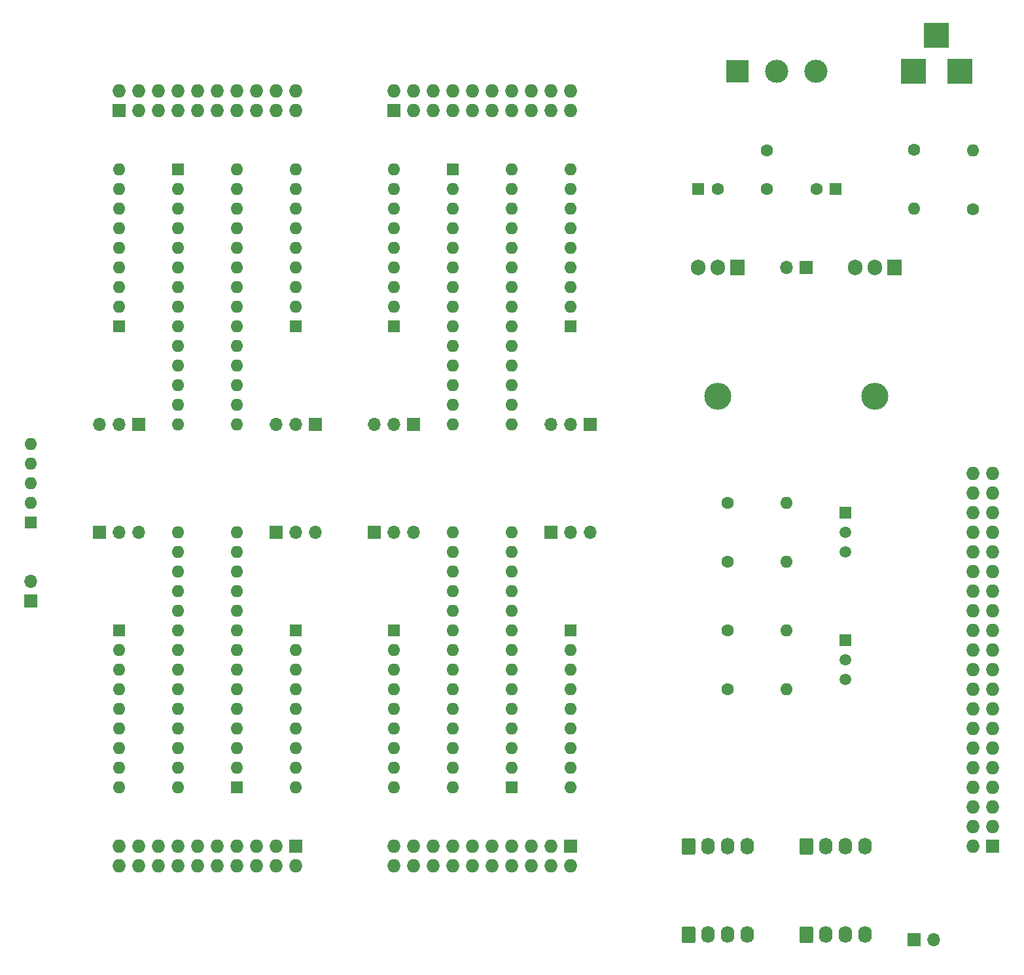
<source format=gbr>
G04 #@! TF.GenerationSoftware,KiCad,Pcbnew,(5.1.10)-1*
G04 #@! TF.CreationDate,2021-10-12T08:16:22+02:00*
G04 #@! TF.ProjectId,FGINT-V3-MASTER-64,4647494e-542d-4563-932d-4d4153544552,rev?*
G04 #@! TF.SameCoordinates,Original*
G04 #@! TF.FileFunction,Soldermask,Top*
G04 #@! TF.FilePolarity,Negative*
%FSLAX46Y46*%
G04 Gerber Fmt 4.6, Leading zero omitted, Abs format (unit mm)*
G04 Created by KiCad (PCBNEW (5.1.10)-1) date 2021-10-12 08:16:22*
%MOMM*%
%LPD*%
G01*
G04 APERTURE LIST*
%ADD10R,1.500000X1.500000*%
%ADD11C,1.500000*%
%ADD12O,1.700000X1.700000*%
%ADD13R,1.700000X1.700000*%
%ADD14O,1.740000X2.200000*%
%ADD15C,1.600000*%
%ADD16R,1.600000X1.600000*%
%ADD17R,3.200000X3.200000*%
%ADD18R,1.727200X1.727200*%
%ADD19O,1.727200X1.727200*%
%ADD20O,1.600000X1.600000*%
%ADD21O,1.905000X2.000000*%
%ADD22R,1.905000X2.000000*%
%ADD23O,3.500000X3.500000*%
%ADD24R,3.000000X3.000000*%
%ADD25C,3.000000*%
G04 APERTURE END LIST*
D10*
X222250000Y-116840000D03*
D11*
X222250000Y-121920000D03*
X222250000Y-119380000D03*
D10*
X222250000Y-100330000D03*
D11*
X222250000Y-105410000D03*
X222250000Y-102870000D03*
D12*
X214630000Y-68580000D03*
D13*
X217170000Y-68580000D03*
D12*
X233680000Y-155575000D03*
D13*
X231140000Y-155575000D03*
D14*
X224790000Y-154940000D03*
X222250000Y-154940000D03*
X219710000Y-154940000D03*
G36*
G01*
X216300000Y-155790001D02*
X216300000Y-154089999D01*
G75*
G02*
X216549999Y-153840000I249999J0D01*
G01*
X217790001Y-153840000D01*
G75*
G02*
X218040000Y-154089999I0J-249999D01*
G01*
X218040000Y-155790001D01*
G75*
G02*
X217790001Y-156040000I-249999J0D01*
G01*
X216549999Y-156040000D01*
G75*
G02*
X216300000Y-155790001I0J249999D01*
G01*
G37*
X209550000Y-154940000D03*
X207010000Y-154940000D03*
X204470000Y-154940000D03*
G36*
G01*
X201060000Y-155790001D02*
X201060000Y-154089999D01*
G75*
G02*
X201309999Y-153840000I249999J0D01*
G01*
X202550001Y-153840000D01*
G75*
G02*
X202800000Y-154089999I0J-249999D01*
G01*
X202800000Y-155790001D01*
G75*
G02*
X202550001Y-156040000I-249999J0D01*
G01*
X201309999Y-156040000D01*
G75*
G02*
X201060000Y-155790001I0J249999D01*
G01*
G37*
X209550000Y-143510000D03*
X207010000Y-143510000D03*
X204470000Y-143510000D03*
G36*
G01*
X201060000Y-144360001D02*
X201060000Y-142659999D01*
G75*
G02*
X201309999Y-142410000I249999J0D01*
G01*
X202550001Y-142410000D01*
G75*
G02*
X202800000Y-142659999I0J-249999D01*
G01*
X202800000Y-144360001D01*
G75*
G02*
X202550001Y-144610000I-249999J0D01*
G01*
X201309999Y-144610000D01*
G75*
G02*
X201060000Y-144360001I0J249999D01*
G01*
G37*
D15*
X212090000Y-58420000D03*
X212090000Y-53420000D03*
X205700000Y-58420000D03*
D16*
X203200000Y-58420000D03*
X220980000Y-58420000D03*
D15*
X218480000Y-58420000D03*
D17*
X231000000Y-43180000D03*
X237000000Y-43180000D03*
X234000000Y-38480000D03*
D18*
X241300000Y-143510000D03*
D19*
X238760000Y-143510000D03*
X241300000Y-140970000D03*
X238760000Y-140970000D03*
X241300000Y-138430000D03*
X238760000Y-138430000D03*
X241300000Y-135890000D03*
X238760000Y-135890000D03*
X241300000Y-133350000D03*
X238760000Y-133350000D03*
X241300000Y-130810000D03*
X238760000Y-130810000D03*
X241300000Y-128270000D03*
X238760000Y-128270000D03*
X241300000Y-125730000D03*
X238760000Y-125730000D03*
X241300000Y-123190000D03*
X238760000Y-123190000D03*
X241300000Y-120650000D03*
X238760000Y-120650000D03*
X241300000Y-118110000D03*
X238760000Y-118110000D03*
X241300000Y-115570000D03*
X238760000Y-115570000D03*
X241300000Y-113030000D03*
X238760000Y-113030000D03*
X241300000Y-110490000D03*
X238760000Y-110490000D03*
X241300000Y-107950000D03*
X238760000Y-107950000D03*
X241300000Y-105410000D03*
X238760000Y-105410000D03*
X241300000Y-102870000D03*
X238760000Y-102870000D03*
X241300000Y-100330000D03*
X238760000Y-100330000D03*
X241300000Y-97790000D03*
X238760000Y-97790000D03*
X241300000Y-95250000D03*
X238760000Y-95250000D03*
D15*
X207010000Y-99060000D03*
D20*
X214630000Y-99060000D03*
X214630000Y-115570000D03*
D15*
X207010000Y-115570000D03*
X238760000Y-61000000D03*
D20*
X238760000Y-53380000D03*
X214630000Y-106680000D03*
D15*
X207010000Y-106680000D03*
X207010000Y-123190000D03*
D20*
X214630000Y-123190000D03*
X231140000Y-60960000D03*
D15*
X231140000Y-53340000D03*
D16*
X151130000Y-76200000D03*
D20*
X151130000Y-73660000D03*
X151130000Y-71120000D03*
X151130000Y-68580000D03*
X151130000Y-66040000D03*
X151130000Y-63500000D03*
X151130000Y-60960000D03*
X151130000Y-58420000D03*
X151130000Y-55880000D03*
X128270000Y-55880000D03*
X128270000Y-58420000D03*
X128270000Y-60960000D03*
X128270000Y-63500000D03*
X128270000Y-66040000D03*
X128270000Y-68580000D03*
X128270000Y-71120000D03*
X128270000Y-73660000D03*
D16*
X128270000Y-76200000D03*
X186690000Y-76200000D03*
D20*
X186690000Y-73660000D03*
X186690000Y-71120000D03*
X186690000Y-68580000D03*
X186690000Y-66040000D03*
X186690000Y-63500000D03*
X186690000Y-60960000D03*
X186690000Y-58420000D03*
X186690000Y-55880000D03*
X163830000Y-55880000D03*
X163830000Y-58420000D03*
X163830000Y-60960000D03*
X163830000Y-63500000D03*
X163830000Y-66040000D03*
X163830000Y-68580000D03*
X163830000Y-71120000D03*
X163830000Y-73660000D03*
D16*
X163830000Y-76200000D03*
D20*
X143510000Y-55880000D03*
X135890000Y-88900000D03*
X143510000Y-58420000D03*
X135890000Y-86360000D03*
X143510000Y-60960000D03*
X135890000Y-83820000D03*
X143510000Y-63500000D03*
X135890000Y-81280000D03*
X143510000Y-66040000D03*
X135890000Y-78740000D03*
X143510000Y-68580000D03*
X135890000Y-76200000D03*
X143510000Y-71120000D03*
X135890000Y-73660000D03*
X143510000Y-73660000D03*
X135890000Y-71120000D03*
X143510000Y-76200000D03*
X135890000Y-68580000D03*
X143510000Y-78740000D03*
X135890000Y-66040000D03*
X143510000Y-81280000D03*
X135890000Y-63500000D03*
X143510000Y-83820000D03*
X135890000Y-60960000D03*
X143510000Y-86360000D03*
X135890000Y-58420000D03*
X143510000Y-88900000D03*
D16*
X135890000Y-55880000D03*
D20*
X179070000Y-55880000D03*
X171450000Y-88900000D03*
X179070000Y-58420000D03*
X171450000Y-86360000D03*
X179070000Y-60960000D03*
X171450000Y-83820000D03*
X179070000Y-63500000D03*
X171450000Y-81280000D03*
X179070000Y-66040000D03*
X171450000Y-78740000D03*
X179070000Y-68580000D03*
X171450000Y-76200000D03*
X179070000Y-71120000D03*
X171450000Y-73660000D03*
X179070000Y-73660000D03*
X171450000Y-71120000D03*
X179070000Y-76200000D03*
X171450000Y-68580000D03*
X179070000Y-78740000D03*
X171450000Y-66040000D03*
X179070000Y-81280000D03*
X171450000Y-63500000D03*
X179070000Y-83820000D03*
X171450000Y-60960000D03*
X179070000Y-86360000D03*
X171450000Y-58420000D03*
X179070000Y-88900000D03*
D16*
X171450000Y-55880000D03*
D21*
X203200000Y-68580000D03*
X205740000Y-68580000D03*
D22*
X208280000Y-68580000D03*
D23*
X205740000Y-85240000D03*
X226060000Y-85240000D03*
D22*
X228600000Y-68580000D03*
D21*
X226060000Y-68580000D03*
X223520000Y-68580000D03*
G36*
G01*
X216300000Y-144360001D02*
X216300000Y-142659999D01*
G75*
G02*
X216549999Y-142410000I249999J0D01*
G01*
X217790001Y-142410000D01*
G75*
G02*
X218040000Y-142659999I0J-249999D01*
G01*
X218040000Y-144360001D01*
G75*
G02*
X217790001Y-144610000I-249999J0D01*
G01*
X216549999Y-144610000D01*
G75*
G02*
X216300000Y-144360001I0J249999D01*
G01*
G37*
D14*
X219710000Y-143510000D03*
X222250000Y-143510000D03*
X224790000Y-143510000D03*
D19*
X151130000Y-45720000D03*
X151130000Y-48260000D03*
X148590000Y-45720000D03*
X148590000Y-48260000D03*
X146050000Y-45720000D03*
X146050000Y-48260000D03*
X143510000Y-45720000D03*
X143510000Y-48260000D03*
X140970000Y-45720000D03*
X140970000Y-48260000D03*
X138430000Y-45720000D03*
X138430000Y-48260000D03*
X135890000Y-45720000D03*
X135890000Y-48260000D03*
X133350000Y-45720000D03*
X133350000Y-48260000D03*
X130810000Y-45720000D03*
X130810000Y-48260000D03*
X128270000Y-45720000D03*
D18*
X128270000Y-48260000D03*
D13*
X116840000Y-111760000D03*
D12*
X116840000Y-109220000D03*
X148590000Y-88900000D03*
X151130000Y-88900000D03*
D13*
X153670000Y-88900000D03*
X130810000Y-88900000D03*
D12*
X128270000Y-88900000D03*
X125730000Y-88900000D03*
D18*
X163830000Y-48260000D03*
D19*
X163830000Y-45720000D03*
X166370000Y-48260000D03*
X166370000Y-45720000D03*
X168910000Y-48260000D03*
X168910000Y-45720000D03*
X171450000Y-48260000D03*
X171450000Y-45720000D03*
X173990000Y-48260000D03*
X173990000Y-45720000D03*
X176530000Y-48260000D03*
X176530000Y-45720000D03*
X179070000Y-48260000D03*
X179070000Y-45720000D03*
X181610000Y-48260000D03*
X181610000Y-45720000D03*
X184150000Y-48260000D03*
X184150000Y-45720000D03*
X186690000Y-48260000D03*
X186690000Y-45720000D03*
D13*
X189230000Y-88900000D03*
D12*
X186690000Y-88900000D03*
X184150000Y-88900000D03*
X161290000Y-88900000D03*
X163830000Y-88900000D03*
D13*
X166370000Y-88900000D03*
D19*
X128270000Y-146050000D03*
X128270000Y-143510000D03*
X130810000Y-146050000D03*
X130810000Y-143510000D03*
X133350000Y-146050000D03*
X133350000Y-143510000D03*
X135890000Y-146050000D03*
X135890000Y-143510000D03*
X138430000Y-146050000D03*
X138430000Y-143510000D03*
X140970000Y-146050000D03*
X140970000Y-143510000D03*
X143510000Y-146050000D03*
X143510000Y-143510000D03*
X146050000Y-146050000D03*
X146050000Y-143510000D03*
X148590000Y-146050000D03*
X148590000Y-143510000D03*
X151130000Y-146050000D03*
D18*
X151130000Y-143510000D03*
D12*
X130810000Y-102870000D03*
X128270000Y-102870000D03*
D13*
X125730000Y-102870000D03*
D12*
X153670000Y-102870000D03*
X151130000Y-102870000D03*
D13*
X148590000Y-102870000D03*
D18*
X186690000Y-143510000D03*
D19*
X186690000Y-146050000D03*
X184150000Y-143510000D03*
X184150000Y-146050000D03*
X181610000Y-143510000D03*
X181610000Y-146050000D03*
X179070000Y-143510000D03*
X179070000Y-146050000D03*
X176530000Y-143510000D03*
X176530000Y-146050000D03*
X173990000Y-143510000D03*
X173990000Y-146050000D03*
X171450000Y-143510000D03*
X171450000Y-146050000D03*
X168910000Y-143510000D03*
X168910000Y-146050000D03*
X166370000Y-143510000D03*
X166370000Y-146050000D03*
X163830000Y-143510000D03*
X163830000Y-146050000D03*
D13*
X161290000Y-102870000D03*
D12*
X163830000Y-102870000D03*
X166370000Y-102870000D03*
D13*
X184150000Y-102870000D03*
D12*
X186690000Y-102870000D03*
X189230000Y-102870000D03*
D16*
X116840000Y-101600000D03*
D20*
X116840000Y-99060000D03*
X116840000Y-96520000D03*
X116840000Y-93980000D03*
X116840000Y-91440000D03*
D16*
X151130000Y-115570000D03*
D20*
X151130000Y-118110000D03*
X151130000Y-120650000D03*
X151130000Y-123190000D03*
X151130000Y-125730000D03*
X151130000Y-128270000D03*
X151130000Y-130810000D03*
X151130000Y-133350000D03*
X151130000Y-135890000D03*
D16*
X128270000Y-115570000D03*
D20*
X128270000Y-118110000D03*
X128270000Y-120650000D03*
X128270000Y-123190000D03*
X128270000Y-125730000D03*
X128270000Y-128270000D03*
X128270000Y-130810000D03*
X128270000Y-133350000D03*
X128270000Y-135890000D03*
X186690000Y-135890000D03*
X186690000Y-133350000D03*
X186690000Y-130810000D03*
X186690000Y-128270000D03*
X186690000Y-125730000D03*
X186690000Y-123190000D03*
X186690000Y-120650000D03*
X186690000Y-118110000D03*
D16*
X186690000Y-115570000D03*
D20*
X163830000Y-135890000D03*
X163830000Y-133350000D03*
X163830000Y-130810000D03*
X163830000Y-128270000D03*
X163830000Y-125730000D03*
X163830000Y-123190000D03*
X163830000Y-120650000D03*
X163830000Y-118110000D03*
D16*
X163830000Y-115570000D03*
X143510000Y-135890000D03*
D20*
X135890000Y-102870000D03*
X143510000Y-133350000D03*
X135890000Y-105410000D03*
X143510000Y-130810000D03*
X135890000Y-107950000D03*
X143510000Y-128270000D03*
X135890000Y-110490000D03*
X143510000Y-125730000D03*
X135890000Y-113030000D03*
X143510000Y-123190000D03*
X135890000Y-115570000D03*
X143510000Y-120650000D03*
X135890000Y-118110000D03*
X143510000Y-118110000D03*
X135890000Y-120650000D03*
X143510000Y-115570000D03*
X135890000Y-123190000D03*
X143510000Y-113030000D03*
X135890000Y-125730000D03*
X143510000Y-110490000D03*
X135890000Y-128270000D03*
X143510000Y-107950000D03*
X135890000Y-130810000D03*
X143510000Y-105410000D03*
X135890000Y-133350000D03*
X143510000Y-102870000D03*
X135890000Y-135890000D03*
X171450000Y-135890000D03*
X179070000Y-102870000D03*
X171450000Y-133350000D03*
X179070000Y-105410000D03*
X171450000Y-130810000D03*
X179070000Y-107950000D03*
X171450000Y-128270000D03*
X179070000Y-110490000D03*
X171450000Y-125730000D03*
X179070000Y-113030000D03*
X171450000Y-123190000D03*
X179070000Y-115570000D03*
X171450000Y-120650000D03*
X179070000Y-118110000D03*
X171450000Y-118110000D03*
X179070000Y-120650000D03*
X171450000Y-115570000D03*
X179070000Y-123190000D03*
X171450000Y-113030000D03*
X179070000Y-125730000D03*
X171450000Y-110490000D03*
X179070000Y-128270000D03*
X171450000Y-107950000D03*
X179070000Y-130810000D03*
X171450000Y-105410000D03*
X179070000Y-133350000D03*
X171450000Y-102870000D03*
D16*
X179070000Y-135890000D03*
D24*
X208280000Y-43180000D03*
D25*
X213360000Y-43180000D03*
X218440000Y-43180000D03*
M02*

</source>
